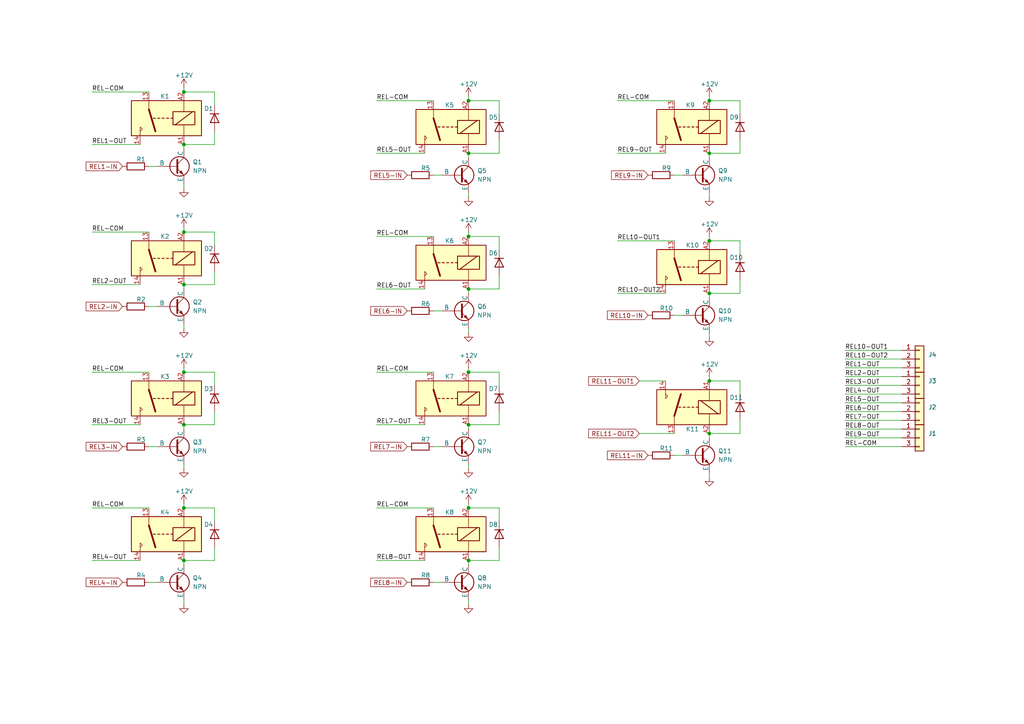
<source format=kicad_sch>
(kicad_sch (version 20250114) (generator "eeschema") (generator_version "9.0")
  (paper "A4")
  (lib_symbols
    (symbol "Connector_Generic:Conn_01x03" (pin_names (offset 1.016) (hide yes))
      (property "Reference" "J" (at 0 5.08 0))
      (property "Value" "Conn_01x03" (at 0 -5.08 0))
      (symbol "Conn_01x03_1_1"
        (rectangle (start -1.27 3.81) (end 1.27 -3.81) (stroke (width 0.254)) (fill (type background)))
        (rectangle (start -1.27 2.667) (end 0 2.413) (stroke (width 0.1524)))
        (rectangle (start -1.27 0.127) (end 0 -0.127) (stroke (width 0.1524)))
        (rectangle (start -1.27 -2.413) (end 0 -2.667) (stroke (width 0.1524)))
        (pin passive line (at -5.08 2.54 0) (length 3.81) (name "Pin_1") (number "1"))
        (pin passive line (at -5.08 0 0) (length 3.81) (name "Pin_2") (number "2"))
        (pin passive line (at -5.08 -2.54 0) (length 3.81) (name "Pin_3") (number "3"))
      )
    )
    (symbol "Device:D" (pin_numbers (hide yes)) (pin_names (offset 1.016) (hide yes))
      (property "Reference" "D" (at 0 2.54 0))
      (property "Value" "D" (at 0 -2.54 0))
      (symbol "D_0_1"
        (polyline (pts (xy -1.27 1.27) (xy -1.27 -1.27)) (stroke (width 0.254)))
        (polyline (pts (xy 1.27 1.27) (xy 1.27 -1.27) (xy -1.27 0) (xy 1.27 1.27)) (stroke (width 0.254)))
        (polyline (pts (xy 1.27 0) (xy -1.27 0)))
      )
      (symbol "D_1_1"
        (pin passive line (at -3.81 0 0) (length 2.54) (name "K") (number "1"))
        (pin passive line (at 3.81 0 180) (length 2.54) (name "A") (number "2"))
      )
    )
    (symbol "Device:R" (pin_numbers (hide yes)) (pin_names (offset 0))
      (property "Reference" "R" (at 2.032 0 90))
      (property "Value" "R" (at 0 0 90))
      (symbol "R_0_1"
        (rectangle (start -1.016 -2.54) (end 1.016 2.54) (stroke (width 0.254)))
      )
      (symbol "R_1_1"
        (pin passive line (at 0 3.81 270) (length 1.27) (name "~") (number "1"))
        (pin passive line (at 0 -3.81 90) (length 1.27) (name "~") (number "2"))
      )
    )
    (symbol "NPN_1" (pin_numbers (hide yes)) (pin_names (offset 0))
      (property "Reference" "Q1" (at 5.08 1.2701 0))
      (property "Value" "NPN" (at 5.08 -1.2699 0))
      (symbol "NPN_1_0_1"
        (polyline (pts (xy -2.54 0) (xy 0.635 0)) (stroke (width 0.1524)))
        (polyline (pts (xy 0.635 1.905) (xy 0.635 -1.905) (xy 0.635 -1.905)) (stroke (width 0.508)))
        (polyline (pts (xy 0.635 0.635) (xy 2.54 2.54)))
        (polyline (pts (xy 0.635 -0.635) (xy 2.54 -2.54) (xy 2.54 -2.54)))
        (circle (center 1.27 0) (radius 2.8194) (stroke (width 0.254)))
        (polyline (pts (xy 1.27 -1.778) (xy 1.778 -1.27) (xy 2.286 -2.286) (xy 1.27 -1.778) (xy 1.27 -1.778)) (fill (type outline)))
        (polyline (pts (xy 2.794 -1.27) (xy 2.794 -1.27)) (stroke (width 0.1524)))
        (polyline (pts (xy 2.794 -1.27) (xy 2.794 -1.27)) (stroke (width 0.1524)))
      )
      (symbol "NPN_1_1_1"
        (pin input line (at -5.08 0 0) (length 2.54) (name "B") (number "1"))
        (pin open_collector line (at 2.54 5.08 270) (length 2.54) (name "C") (number "3"))
        (pin open_emitter line (at 2.54 -5.08 90) (length 2.54) (name "E") (number "2"))
      )
    )
    (symbol "Relay:Fujitsu_FTR-LYAA005x"
      (property "Reference" "K" (at 11.43 3.81 0))
      (property "Value" "Fujitsu_FTR-LYAA005x" (at 11.43 1.27 0))
      (symbol "Fujitsu_FTR-LYAA005x_0_0"
        (polyline (pts (xy 7.62 5.08) (xy 7.62 2.54) (xy 6.985 3.175) (xy 7.62 3.81)))
      )
      (symbol "Fujitsu_FTR-LYAA005x_0_1"
        (rectangle (start -10.16 5.08) (end 10.16 -5.08) (stroke (width 0.254)) (fill (type background)))
        (rectangle (start -8.255 1.905) (end -1.905 -1.905) (stroke (width 0.254)))
        (polyline (pts (xy -7.62 -1.905) (xy -2.54 1.905)) (stroke (width 0.254)))
        (polyline (pts (xy -5.08 5.08) (xy -5.08 1.905)))
        (polyline (pts (xy -5.08 -5.08) (xy -5.08 -1.905)))
        (polyline (pts (xy -1.905 0) (xy -1.27 0)) (stroke (width 0.254)))
        (polyline (pts (xy -0.635 0) (xy 0 0)) (stroke (width 0.254)))
        (polyline (pts (xy 0.635 0) (xy 1.27 0)) (stroke (width 0.254)))
        (polyline (pts (xy 1.905 0) (xy 2.54 0)) (stroke (width 0.254)))
        (polyline (pts (xy 3.175 0) (xy 3.81 0)) (stroke (width 0.254)))
        (polyline (pts (xy 5.08 -2.54) (xy 3.175 3.81)) (stroke (width 0.508)))
        (polyline (pts (xy 5.08 -2.54) (xy 5.08 -5.08)))
      )
      (symbol "Fujitsu_FTR-LYAA005x_1_1"
        (pin passive line (at -5.08 7.62 270) (length 2.54) (name "~") (number "A1"))
        (pin passive line (at -5.08 -7.62 90) (length 2.54) (name "~") (number "A2"))
        (pin passive line (at 5.08 -7.62 90) (length 2.54) (name "~") (number "13"))
        (pin passive line (at 7.62 7.62 270) (length 2.54) (name "~") (number "14"))
      )
    )
    (symbol "power:+12V" (power) (pin_numbers (hide yes)) (pin_names (offset 0) (hide yes))
      (property "Value" "+12V" (at 0 3.556 0))
      (symbol "+12V_0_1"
        (polyline (pts (xy -0.762 1.27) (xy 0 2.54)))
        (polyline (pts (xy 0 2.54) (xy 0.762 1.27)))
        (polyline (pts (xy 0 0) (xy 0 2.54)))
      )
      (symbol "+12V_1_1"
        (pin power_in line (at 0 0 90) (length 0) (name "~") (number "1"))
      )
    )
    (symbol "power:GND" (power) (pin_numbers (hide yes)) (pin_names (offset 0) (hide yes))
      (property "Value" "GND" (at 0 -3.81 0))
      (symbol "GND_0_1"
        (polyline (pts (xy 0 0) (xy 0 -1.27) (xy 1.27 -1.27) (xy 0 -2.54) (xy -1.27 -1.27) (xy 0 -1.27)))
      )
      (symbol "GND_1_1"
        (pin power_in line (at 0 0 270) (length 0) (name "~") (number "1"))
      )
    )
  )
  (junction (at 205.74 29.21))
  (junction (at 135.89 29.21))
  (junction (at 53.34 107.95))
  (junction (at 135.89 123.19))
  (junction (at 205.74 85.09))
  (junction (at 135.89 107.95))
  (junction (at 53.34 123.19))
  (junction (at 135.89 68.58))
  (junction (at 53.34 147.32))
  (junction (at 205.74 69.85))
  (junction (at 135.89 44.45))
  (junction (at 53.34 41.91))
  (junction (at 53.34 67.31))
  (junction (at 205.74 44.45))
  (junction (at 53.34 82.55))
  (junction (at 135.89 147.32))
  (junction (at 53.34 162.56))
  (junction (at 135.89 83.82))
  (junction (at 205.74 125.73))
  (junction (at 205.74 110.49))
  (junction (at 53.34 26.67))
  (junction (at 135.89 162.56))
  (wire (pts (xy 62.23 151.13) (xy 62.23 147.32)))
  (wire (pts (xy 214.63 29.21) (xy 205.74 29.21)))
  (wire (pts (xy 135.89 55.88) (xy 135.89 57.15)))
  (wire (pts (xy 205.74 137.16) (xy 205.74 138.43)))
  (wire (pts (xy 214.63 85.09) (xy 205.74 85.09)))
  (wire (pts (xy 53.34 82.55) (xy 53.34 83.82)))
  (wire (pts (xy 135.89 27.94) (xy 135.89 29.21)))
  (wire (pts (xy 109.22 147.32) (xy 125.73 147.32)))
  (wire (pts (xy 144.78 44.45) (xy 135.89 44.45)))
  (wire (pts (xy 125.73 50.8) (xy 128.27 50.8)))
  (wire (pts (xy 135.89 173.99) (xy 135.89 175.26)))
  (wire (pts (xy 135.89 106.68) (xy 135.89 107.95)))
  (wire (pts (xy 62.23 119.38) (xy 62.23 123.19)))
  (wire (pts (xy 62.23 78.74) (xy 62.23 82.55)))
  (wire (pts (xy 144.78 162.56) (xy 135.89 162.56)))
  (wire (pts (xy 195.58 91.44) (xy 198.12 91.44)))
  (wire (pts (xy 135.89 44.45) (xy 135.89 45.72)))
  (wire (pts (xy 135.89 83.82) (xy 135.89 85.09)))
  (wire (pts (xy 135.89 67.31) (xy 135.89 68.58)))
  (wire (pts (xy 26.67 147.32) (xy 43.18 147.32)))
  (wire (pts (xy 205.74 55.88) (xy 205.74 57.15)))
  (wire (pts (xy 144.78 107.95) (xy 135.89 107.95)))
  (wire (pts (xy 205.74 68.58) (xy 205.74 69.85)))
  (wire (pts (xy 109.22 162.56) (xy 123.19 162.56)))
  (wire (pts (xy 135.89 134.62) (xy 135.89 135.89)))
  (wire (pts (xy 214.63 73.66) (xy 214.63 69.85)))
  (wire (pts (xy 205.74 109.22) (xy 205.74 110.49)))
  (wire (pts (xy 135.89 162.56) (xy 135.89 163.83)))
  (wire (pts (xy 245.11 111.76) (xy 261.62 111.76)))
  (wire (pts (xy 53.34 173.99) (xy 53.34 175.26)))
  (wire (pts (xy 53.34 25.4) (xy 53.34 26.67)))
  (wire (pts (xy 53.34 93.98) (xy 53.34 95.25)))
  (wire (pts (xy 245.11 109.22) (xy 261.62 109.22)))
  (wire (pts (xy 26.67 82.55) (xy 40.64 82.55)))
  (wire (pts (xy 26.67 107.95) (xy 43.18 107.95)))
  (wire (pts (xy 109.22 29.21) (xy 125.73 29.21)))
  (wire (pts (xy 53.34 123.19) (xy 53.34 124.46)))
  (wire (pts (xy 144.78 72.39) (xy 144.78 68.58)))
  (wire (pts (xy 144.78 151.13) (xy 144.78 147.32)))
  (wire (pts (xy 245.11 119.38) (xy 261.62 119.38)))
  (wire (pts (xy 195.58 50.8) (xy 198.12 50.8)))
  (wire (pts (xy 245.11 116.84) (xy 261.62 116.84)))
  (wire (pts (xy 26.67 67.31) (xy 43.18 67.31)))
  (wire (pts (xy 43.18 48.26) (xy 45.72 48.26)))
  (wire (pts (xy 62.23 67.31) (xy 53.34 67.31)))
  (wire (pts (xy 144.78 68.58) (xy 135.89 68.58)))
  (wire (pts (xy 62.23 158.75) (xy 62.23 162.56)))
  (wire (pts (xy 205.74 44.45) (xy 205.74 45.72)))
  (wire (pts (xy 214.63 33.02) (xy 214.63 29.21)))
  (wire (pts (xy 195.58 132.08) (xy 198.12 132.08)))
  (wire (pts (xy 125.73 168.91) (xy 128.27 168.91)))
  (wire (pts (xy 205.74 96.52) (xy 205.74 97.79)))
  (wire (pts (xy 26.67 41.91) (xy 40.64 41.91)))
  (wire (pts (xy 261.62 121.92) (xy 245.11 121.92)))
  (wire (pts (xy 62.23 123.19) (xy 53.34 123.19)))
  (wire (pts (xy 245.11 101.6) (xy 261.62 101.6)))
  (wire (pts (xy 53.34 41.91) (xy 53.34 43.18)))
  (wire (pts (xy 43.18 168.91) (xy 45.72 168.91)))
  (wire (pts (xy 62.23 107.95) (xy 53.34 107.95)))
  (wire (pts (xy 214.63 81.28) (xy 214.63 85.09)))
  (wire (pts (xy 62.23 30.48) (xy 62.23 26.67)))
  (wire (pts (xy 144.78 29.21) (xy 135.89 29.21)))
  (wire (pts (xy 179.07 44.45) (xy 193.04 44.45)))
  (wire (pts (xy 144.78 80.01) (xy 144.78 83.82)))
  (wire (pts (xy 179.07 29.21) (xy 195.58 29.21)))
  (wire (pts (xy 53.34 146.05) (xy 53.34 147.32)))
  (wire (pts (xy 193.04 110.49) (xy 185.42 110.49)))
  (wire (pts (xy 245.11 114.3) (xy 261.62 114.3)))
  (wire (pts (xy 205.74 27.94) (xy 205.74 29.21)))
  (wire (pts (xy 214.63 44.45) (xy 205.74 44.45)))
  (wire (pts (xy 62.23 82.55) (xy 53.34 82.55)))
  (wire (pts (xy 62.23 162.56) (xy 53.34 162.56)))
  (wire (pts (xy 144.78 147.32) (xy 135.89 147.32)))
  (wire (pts (xy 43.18 129.54) (xy 45.72 129.54)))
  (wire (pts (xy 144.78 40.64) (xy 144.78 44.45)))
  (wire (pts (xy 109.22 107.95) (xy 125.73 107.95)))
  (wire (pts (xy 125.73 90.17) (xy 128.27 90.17)))
  (wire (pts (xy 205.74 125.73) (xy 205.74 127)))
  (wire (pts (xy 245.11 106.68) (xy 261.62 106.68)))
  (wire (pts (xy 53.34 53.34) (xy 53.34 54.61)))
  (wire (pts (xy 62.23 38.1) (xy 62.23 41.91)))
  (wire (pts (xy 144.78 33.02) (xy 144.78 29.21)))
  (wire (pts (xy 109.22 44.45) (xy 123.19 44.45)))
  (wire (pts (xy 125.73 129.54) (xy 128.27 129.54)))
  (wire (pts (xy 62.23 71.12) (xy 62.23 67.31)))
  (wire (pts (xy 62.23 111.76) (xy 62.23 107.95)))
  (wire (pts (xy 62.23 147.32) (xy 53.34 147.32)))
  (wire (pts (xy 185.42 125.73) (xy 195.58 125.73)))
  (wire (pts (xy 214.63 125.73) (xy 205.74 125.73)))
  (wire (pts (xy 62.23 41.91) (xy 53.34 41.91)))
  (wire (pts (xy 144.78 111.76) (xy 144.78 107.95)))
  (wire (pts (xy 179.07 85.09) (xy 193.04 85.09)))
  (wire (pts (xy 53.34 66.04) (xy 53.34 67.31)))
  (wire (pts (xy 43.18 88.9) (xy 45.72 88.9)))
  (wire (pts (xy 179.07 69.85) (xy 195.58 69.85)))
  (wire (pts (xy 109.22 83.82) (xy 123.19 83.82)))
  (wire (pts (xy 144.78 158.75) (xy 144.78 162.56)))
  (wire (pts (xy 53.34 134.62) (xy 53.34 135.89)))
  (wire (pts (xy 245.11 127) (xy 261.62 127)))
  (wire (pts (xy 109.22 68.58) (xy 125.73 68.58)))
  (wire (pts (xy 26.67 26.67) (xy 43.18 26.67)))
  (wire (pts (xy 26.67 162.56) (xy 40.64 162.56)))
  (wire (pts (xy 245.11 129.54) (xy 261.62 129.54)))
  (wire (pts (xy 205.74 85.09) (xy 205.74 86.36)))
  (wire (pts (xy 135.89 123.19) (xy 135.89 124.46)))
  (wire (pts (xy 214.63 40.64) (xy 214.63 44.45)))
  (wire (pts (xy 53.34 162.56) (xy 53.34 163.83)))
  (wire (pts (xy 214.63 121.92) (xy 214.63 125.73)))
  (wire (pts (xy 26.67 123.19) (xy 40.64 123.19)))
  (wire (pts (xy 144.78 83.82) (xy 135.89 83.82)))
  (wire (pts (xy 135.89 146.05) (xy 135.89 147.32)))
  (wire (pts (xy 135.89 95.25) (xy 135.89 96.52)))
  (wire (pts (xy 214.63 114.3) (xy 214.63 110.49)))
  (wire (pts (xy 214.63 69.85) (xy 205.74 69.85)))
  (wire (pts (xy 144.78 119.38) (xy 144.78 123.19)))
  (wire (pts (xy 245.11 104.14) (xy 261.62 104.14)))
  (wire (pts (xy 205.74 110.49) (xy 214.63 110.49)))
  (wire (pts (xy 53.34 106.68) (xy 53.34 107.95)))
  (wire (pts (xy 245.11 124.46) (xy 261.62 124.46)))
  (wire (pts (xy 144.78 123.19) (xy 135.89 123.19)))
  (wire (pts (xy 62.23 26.67) (xy 53.34 26.67)))
  (wire (pts (xy 109.22 123.19) (xy 123.19 123.19)))
  (label "REL-COM" (at 245.11 129.54 0))
  (label "REL-COM" (at 109.22 147.32 0))
  (label "REL2-OUT" (at 26.67 82.55 0))
  (label "REL-COM" (at 109.22 107.95 0))
  (label "REL8-OUT" (at 109.22 162.56 0))
  (label "REL5-OUT" (at 245.11 116.84 0))
  (label "REL-COM" (at 26.67 67.31 0))
  (label "REL4-OUT" (at 26.67 162.56 0))
  (label "REL3-OUT" (at 245.11 111.76 0))
  (label "REL5-OUT" (at 109.22 44.45 0))
  (label "REL6-OUT" (at 245.11 119.38 0))
  (label "REL2-OUT" (at 245.11 109.22 0))
  (label "REL7-OUT" (at 109.22 123.19 0))
  (label "REL10-OUT2" (at 179.07 85.09 0))
  (label "REL6-OUT" (at 109.22 83.82 0))
  (label "REL10-OUT1" (at 179.07 69.85 0))
  (label "REL7-OUT" (at 245.11 121.92 0))
  (label "REL3-OUT" (at 26.67 123.19 0))
  (label "REL-COM" (at 109.22 29.21 0))
  (label "REL-COM" (at 109.22 68.58 0))
  (label "REL10-OUT2" (at 245.11 104.14 0))
  (label "REL1-OUT" (at 26.67 41.91 0))
  (label "REL-COM" (at 26.67 26.67 0))
  (label "REL9-OUT" (at 245.11 127 0))
  (label "REL10-OUT1" (at 245.11 101.6 0))
  (label "REL-COM" (at 26.67 147.32 0))
  (label "REL-COM" (at 179.07 29.21 0))
  (label "REL9-OUT" (at 179.07 44.45 0))
  (label "REL4-OUT" (at 245.11 114.3 0))
  (label "REL8-OUT" (at 245.11 124.46 0))
  (label "REL1-OUT" (at 245.11 106.68 0))
  (label "REL-COM" (at 26.67 107.95 0))
  (global_label "REL11-OUT2" (shape input) (at 185.42 125.73 180) (property "Intersheetrefs" "${INTERSHEET_REFS}" (effects (hide yes))))
  (global_label "REL11-OUT1" (shape input) (at 185.42 110.49 180) (property "Intersheetrefs" "${INTERSHEET_REFS}" (effects (hide yes))))
  (global_label "REL2-IN" (shape input) (at 35.56 88.9 180) (property "Intersheetrefs" "${INTERSHEET_REFS}" (effects (hide yes))))
  (global_label "REL1-IN" (shape input) (at 35.56 48.26 180) (property "Intersheetrefs" "${INTERSHEET_REFS}" (effects (hide yes))))
  (global_label "REL4-IN" (shape input) (at 35.56 168.91 180) (property "Intersheetrefs" "${INTERSHEET_REFS}" (effects (hide yes))))
  (global_label "REL3-IN" (shape input) (at 35.56 129.54 180) (property "Intersheetrefs" "${INTERSHEET_REFS}" (effects (hide yes))))
  (global_label "REL8-IN" (shape input) (at 118.11 168.91 180) (property "Intersheetrefs" "${INTERSHEET_REFS}" (effects (hide yes))))
  (global_label "REL7-IN" (shape input) (at 118.11 129.54 180) (property "Intersheetrefs" "${INTERSHEET_REFS}" (effects (hide yes))))
  (global_label "REL9-IN" (shape input) (at 187.96 50.8 180) (property "Intersheetrefs" "${INTERSHEET_REFS}" (effects (hide yes))))
  (global_label "REL6-IN" (shape input) (at 118.11 90.17 180) (property "Intersheetrefs" "${INTERSHEET_REFS}" (effects (hide yes))))
  (global_label "REL5-IN" (shape input) (at 118.11 50.8 180) (property "Intersheetrefs" "${INTERSHEET_REFS}" (effects (hide yes))))
  (global_label "REL11-IN" (shape input) (at 187.96 132.08 180) (property "Intersheetrefs" "${INTERSHEET_REFS}" (effects (hide yes))))
  (global_label "REL10-IN" (shape input) (at 187.96 91.44 180) (property "Intersheetrefs" "${INTERSHEET_REFS}" (effects (hide yes))))
  (symbol (lib_id "power:+12V") (at 205.74 109.22 0) (unit 1)
    (property "Reference" "#PWR021" (effects (hide yes)))
    (property "Value" "+12V" (at 205.74 105.664 0))
    (property "Description" "Power symbol creates a global label with name \"+12V\"" (effects (hide yes)))
  )
  (symbol (lib_id "power:GND") (at 53.34 135.89 0) (unit 1)
    (property "Reference" "#PWR06" (effects (hide yes)))
    (property "Value" "GND" (effects (hide yes)))
    (property "Description" "Power symbol creates a global label with name \"GND\" , ground" (effects (hide yes)))
  )
  (symbol (lib_id "Device:R") (at 191.77 91.44 90) (unit 1)
    (property "Reference" "R10" (at 193.294 89.408 90))
    (property "Value" "R" (effects (hide yes)))
    (property "Footprint" "Resistor_SMD:R_0805_2012Metric_Pad1.20x1.40mm_HandSolder" (effects (hide yes)))
    (property "Description" "Resistor" (effects (hide yes)))
  )
  (symbol (lib_id "Device:R") (at 39.37 48.26 90) (unit 1)
    (property "Reference" "R1" (at 40.894 46.228 90))
    (property "Value" "R" (effects (hide yes)))
    (property "Footprint" "Resistor_SMD:R_0805_2012Metric_Pad1.20x1.40mm_HandSolder" (effects (hide yes)))
    (property "Description" "Resistor" (effects (hide yes)))
  )
  (symbol (lib_id "Relay:Fujitsu_FTR-LYAA005x") (at 48.26 154.94 180) (unit 1)
    (property "Reference" "K4" (at 46.482 148.59 0) (effects (justify right)))
    (property "Value" "FRM18A-5 DC12V" (effects (hide yes)))
    (property "Footprint" "Footprints:FRM18A-5" (effects (hide yes)))
  )
  (symbol (lib_id "Relay:Fujitsu_FTR-LYAA005x") (at 48.26 74.93 180) (unit 1)
    (property "Reference" "K2" (at 46.482 68.58 0) (effects (justify right)))
    (property "Value" "FRM18A-5 DC12V" (effects (hide yes)))
    (property "Footprint" "Footprints:FRM18A-5" (effects (hide yes)))
  )
  (symbol (lib_id "power:+12V") (at 135.89 146.05 0) (unit 1)
    (property "Reference" "#PWR015" (effects (hide yes)))
    (property "Value" "+12V" (at 135.89 142.494 0))
    (property "Description" "Power symbol creates a global label with name \"+12V\"" (effects (hide yes)))
  )
  (symbol (lib_id "Relay:Fujitsu_FTR-LYAA005x") (at 200.66 118.11 0) (mirror y) (unit 1)
    (property "Reference" "K11" (at 198.882 124.46 0) (effects (justify right)))
    (property "Value" "FRM18A-5 DC12V" (effects (hide yes)))
    (property "Footprint" "Footprints:FRM18A-5" (effects (hide yes)))
  )
  (symbol (lib_id "Device:D") (at 62.23 34.29 270) (unit 1)
    (property "Reference" "D1" (at 59.182 31.496 90) (effects (justify left)))
    (property "Value" "D" (effects (hide yes)))
    (property "Footprint" "Diode_SMD:D_0805_2012Metric_Pad1.15x1.40mm_HandSolder" (effects (hide yes)))
    (property "Description" "Diode" (effects (hide yes)))
    (property "Sim.Device" "D" (effects (hide yes)))
    (property "Sim.Pins" "1=K 2=A" (effects (hide yes)))
  )
  (symbol (lib_name "NPN_1") (lib_id "Simulation_SPICE:NPN") (at 133.35 90.17 0) (unit 1)
    (property "Reference" "Q6" (at 138.43 88.8999 0) (effects (justify left)))
    (property "Value" "NPN" (at 138.43 91.4399 0) (effects (justify left)))
    (property "Footprint" "Package_TO_SOT_SMD:SOT-23" (effects (hide yes)))
    (property "Datasheet" "https://ngspice.sourceforge.io/docs/ngspice-html-manual/manual.xhtml#cha_BJTs" (effects (hide yes)))
    (property "Description" "Bipolar transistor symbol for simulation only, substrate tied to the emitter" (effects (hide yes)))
    (property "Sim.Device" "NPN" (effects (hide yes)))
    (property "Sim.Type" "GUMMELPOON" (effects (hide yes)))
    (property "Sim.Pins" "1=C 2=B 3=E" (effects (hide yes)))
  )
  (symbol (lib_id "Device:R") (at 121.92 90.17 90) (unit 1)
    (property "Reference" "R6" (at 123.444 88.138 90))
    (property "Value" "R" (effects (hide yes)))
    (property "Footprint" "Resistor_SMD:R_0805_2012Metric_Pad1.20x1.40mm_HandSolder" (effects (hide yes)))
    (property "Description" "Resistor" (effects (hide yes)))
  )
  (symbol (lib_id "power:+12V") (at 135.89 27.94 0) (unit 1)
    (property "Reference" "#PWR09" (effects (hide yes)))
    (property "Value" "+12V" (at 135.89 24.384 0))
    (property "Description" "Power symbol creates a global label with name \"+12V\"" (effects (hide yes)))
  )
  (symbol (lib_id "Relay:Fujitsu_FTR-LYAA005x") (at 130.81 115.57 180) (unit 1)
    (property "Reference" "K7" (at 129.032 109.22 0) (effects (justify right)))
    (property "Value" "FRM18A-5 DC12V" (effects (hide yes)))
    (property "Footprint" "Footprints:FRM18A-5" (effects (hide yes)))
  )
  (symbol (lib_name "NPN_1") (lib_id "Simulation_SPICE:NPN") (at 50.8 168.91 0) (unit 1)
    (property "Reference" "Q4" (at 55.88 167.6399 0) (effects (justify left)))
    (property "Value" "NPN" (at 55.88 170.1799 0) (effects (justify left)))
    (property "Footprint" "Package_TO_SOT_SMD:SOT-23" (effects (hide yes)))
    (property "Datasheet" "https://ngspice.sourceforge.io/docs/ngspice-html-manual/manual.xhtml#cha_BJTs" (effects (hide yes)))
    (property "Description" "Bipolar transistor symbol for simulation only, substrate tied to the emitter" (effects (hide yes)))
    (property "Sim.Device" "NPN" (effects (hide yes)))
    (property "Sim.Type" "GUMMELPOON" (effects (hide yes)))
    (property "Sim.Pins" "1=C 2=B 3=E" (effects (hide yes)))
  )
  (symbol (lib_id "power:+12V") (at 135.89 106.68 0) (unit 1)
    (property "Reference" "#PWR013" (effects (hide yes)))
    (property "Value" "+12V" (at 135.89 103.124 0))
    (property "Description" "Power symbol creates a global label with name \"+12V\"" (effects (hide yes)))
  )
  (symbol (lib_id "power:GND") (at 135.89 135.89 0) (unit 1)
    (property "Reference" "#PWR014" (effects (hide yes)))
    (property "Value" "GND" (effects (hide yes)))
    (property "Description" "Power symbol creates a global label with name \"GND\" , ground" (effects (hide yes)))
  )
  (symbol (lib_id "Device:D") (at 214.63 36.83 270) (unit 1)
    (property "Reference" "D9" (at 211.582 34.036 90) (effects (justify left)))
    (property "Value" "D" (effects (hide yes)))
    (property "Footprint" "Diode_SMD:D_0805_2012Metric_Pad1.15x1.40mm_HandSolder" (effects (hide yes)))
    (property "Description" "Diode" (effects (hide yes)))
    (property "Sim.Device" "D" (effects (hide yes)))
    (property "Sim.Pins" "1=K 2=A" (effects (hide yes)))
  )
  (symbol (lib_name "NPN_1") (lib_id "Simulation_SPICE:NPN") (at 203.2 50.8 0) (unit 1)
    (property "Reference" "Q9" (at 208.28 49.5299 0) (effects (justify left)))
    (property "Value" "NPN" (at 208.28 52.0699 0) (effects (justify left)))
    (property "Footprint" "Package_TO_SOT_SMD:SOT-23" (effects (hide yes)))
    (property "Datasheet" "https://ngspice.sourceforge.io/docs/ngspice-html-manual/manual.xhtml#cha_BJTs" (effects (hide yes)))
    (property "Description" "Bipolar transistor symbol for simulation only, substrate tied to the emitter" (effects (hide yes)))
    (property "Sim.Device" "NPN" (effects (hide yes)))
    (property "Sim.Type" "GUMMELPOON" (effects (hide yes)))
    (property "Sim.Pins" "1=C 2=B 3=E" (effects (hide yes)))
  )
  (symbol (lib_name "NPN_1") (lib_id "Simulation_SPICE:NPN") (at 203.2 132.08 0) (unit 1)
    (property "Reference" "Q11" (at 208.28 130.8099 0) (effects (justify left)))
    (property "Value" "NPN" (at 208.28 133.3499 0) (effects (justify left)))
    (property "Footprint" "Package_TO_SOT_SMD:SOT-23" (effects (hide yes)))
    (property "Datasheet" "https://ngspice.sourceforge.io/docs/ngspice-html-manual/manual.xhtml#cha_BJTs" (effects (hide yes)))
    (property "Description" "Bipolar transistor symbol for simulation only, substrate tied to the emitter" (effects (hide yes)))
    (property "Sim.Device" "NPN" (effects (hide yes)))
    (property "Sim.Type" "GUMMELPOON" (effects (hide yes)))
    (property "Sim.Pins" "1=C 2=B 3=E" (effects (hide yes)))
  )
  (symbol (lib_id "Device:R") (at 39.37 129.54 90) (unit 1)
    (property "Reference" "R3" (at 40.894 127.508 90))
    (property "Value" "R" (effects (hide yes)))
    (property "Footprint" "Resistor_SMD:R_0805_2012Metric_Pad1.20x1.40mm_HandSolder" (effects (hide yes)))
    (property "Description" "Resistor" (effects (hide yes)))
  )
  (symbol (lib_id "power:+12V") (at 53.34 146.05 0) (unit 1)
    (property "Reference" "#PWR07" (effects (hide yes)))
    (property "Value" "+12V" (at 53.34 142.494 0))
    (property "Description" "Power symbol creates a global label with name \"+12V\"" (effects (hide yes)))
  )
  (symbol (lib_id "Device:D") (at 144.78 76.2 270) (unit 1)
    (property "Reference" "D6" (at 141.732 73.406 90) (effects (justify left)))
    (property "Value" "D" (effects (hide yes)))
    (property "Footprint" "Diode_SMD:D_0805_2012Metric_Pad1.15x1.40mm_HandSolder" (effects (hide yes)))
    (property "Description" "Diode" (effects (hide yes)))
    (property "Sim.Device" "D" (effects (hide yes)))
    (property "Sim.Pins" "1=K 2=A" (effects (hide yes)))
  )
  (symbol (lib_name "NPN_1") (lib_id "Simulation_SPICE:NPN") (at 133.35 50.8 0) (unit 1)
    (property "Reference" "Q5" (at 138.43 49.5299 0) (effects (justify left)))
    (property "Value" "NPN" (at 138.43 52.0699 0) (effects (justify left)))
    (property "Footprint" "Package_TO_SOT_SMD:SOT-23" (effects (hide yes)))
    (property "Datasheet" "https://ngspice.sourceforge.io/docs/ngspice-html-manual/manual.xhtml#cha_BJTs" (effects (hide yes)))
    (property "Description" "Bipolar transistor symbol for simulation only, substrate tied to the emitter" (effects (hide yes)))
    (property "Sim.Device" "NPN" (effects (hide yes)))
    (property "Sim.Type" "GUMMELPOON" (effects (hide yes)))
    (property "Sim.Pins" "1=C 2=B 3=E" (effects (hide yes)))
  )
  (symbol (lib_id "power:GND") (at 135.89 57.15 0) (unit 1)
    (property "Reference" "#PWR010" (effects (hide yes)))
    (property "Value" "GND" (effects (hide yes)))
    (property "Description" "Power symbol creates a global label with name \"GND\" , ground" (effects (hide yes)))
  )
  (symbol (lib_id "power:+12V") (at 53.34 25.4 0) (unit 1)
    (property "Reference" "#PWR03" (effects (hide yes)))
    (property "Value" "+12V" (at 53.34 21.844 0))
    (property "Description" "Power symbol creates a global label with name \"+12V\"" (effects (hide yes)))
  )
  (symbol (lib_id "power:GND") (at 53.34 95.25 0) (unit 1)
    (property "Reference" "#PWR01" (effects (hide yes)))
    (property "Value" "GND" (effects (hide yes)))
    (property "Description" "Power symbol creates a global label with name \"GND\" , ground" (effects (hide yes)))
  )
  (symbol (lib_id "Device:D") (at 214.63 118.11 270) (unit 1)
    (property "Reference" "D11" (at 211.582 115.316 90) (effects (justify left)))
    (property "Value" "D" (effects (hide yes)))
    (property "Footprint" "Diode_SMD:D_0805_2012Metric_Pad1.15x1.40mm_HandSolder" (effects (hide yes)))
    (property "Description" "Diode" (effects (hide yes)))
    (property "Sim.Device" "D" (effects (hide yes)))
    (property "Sim.Pins" "1=K 2=A" (effects (hide yes)))
  )
  (symbol (lib_id "power:GND") (at 53.34 175.26 0) (unit 1)
    (property "Reference" "#PWR08" (effects (hide yes)))
    (property "Value" "GND" (effects (hide yes)))
    (property "Description" "Power symbol creates a global label with name \"GND\" , ground" (effects (hide yes)))
  )
  (symbol (lib_id "Connector_Generic:Conn_01x03") (at 266.7 104.14 0) (unit 1)
    (property "Reference" "J4" (at 269.24 102.8699 0) (effects (justify left)))
    (property "Value" "Conn_01x03" (effects (hide yes)))
    (property "Footprint" "Footprints:DG128-5.0-03P-14-00A-H" (effects (hide yes)))
    (property "Description" "Generic connector, single row, 01x03, script generated (kicad-library-utils/schlib/autogen/connector/)" (effects (hide yes)))
  )
  (symbol (lib_id "Connector_Generic:Conn_01x03") (at 266.7 111.76 0) (unit 1)
    (property "Reference" "J3" (at 269.24 110.4899 0) (effects (justify left)))
    (property "Value" "Conn_01x03" (effects (hide yes)))
    (property "Footprint" "Footprints:DG128-5.0-03P-14-00A-H" (effects (hide yes)))
    (property "Description" "Generic connector, single row, 01x03, script generated (kicad-library-utils/schlib/autogen/connector/)" (effects (hide yes)))
  )
  (symbol (lib_name "NPN_1") (lib_id "Simulation_SPICE:NPN") (at 133.35 129.54 0) (unit 1)
    (property "Reference" "Q7" (at 138.43 128.2699 0) (effects (justify left)))
    (property "Value" "NPN" (at 138.43 130.8099 0) (effects (justify left)))
    (property "Footprint" "Package_TO_SOT_SMD:SOT-23" (effects (hide yes)))
    (property "Datasheet" "https://ngspice.sourceforge.io/docs/ngspice-html-manual/manual.xhtml#cha_BJTs" (effects (hide yes)))
    (property "Description" "Bipolar transistor symbol for simulation only, substrate tied to the emitter" (effects (hide yes)))
    (property "Sim.Device" "NPN" (effects (hide yes)))
    (property "Sim.Type" "GUMMELPOON" (effects (hide yes)))
    (property "Sim.Pins" "1=C 2=B 3=E" (effects (hide yes)))
  )
  (symbol (lib_id "power:GND") (at 205.74 138.43 0) (unit 1)
    (property "Reference" "#PWR022" (effects (hide yes)))
    (property "Value" "GND" (effects (hide yes)))
    (property "Description" "Power symbol creates a global label with name \"GND\" , ground" (effects (hide yes)))
  )
  (symbol (lib_id "Device:D") (at 144.78 36.83 270) (unit 1)
    (property "Reference" "D5" (at 141.732 34.036 90) (effects (justify left)))
    (property "Value" "D" (effects (hide yes)))
    (property "Footprint" "Diode_SMD:D_0805_2012Metric_Pad1.15x1.40mm_HandSolder" (effects (hide yes)))
    (property "Description" "Diode" (effects (hide yes)))
    (property "Sim.Device" "D" (effects (hide yes)))
    (property "Sim.Pins" "1=K 2=A" (effects (hide yes)))
  )
  (symbol (lib_id "power:+12V") (at 135.89 67.31 0) (unit 1)
    (property "Reference" "#PWR011" (effects (hide yes)))
    (property "Value" "+12V" (at 135.89 63.754 0))
    (property "Description" "Power symbol creates a global label with name \"+12V\"" (effects (hide yes)))
  )
  (symbol (lib_id "power:+12V") (at 205.74 27.94 0) (unit 1)
    (property "Reference" "#PWR017" (effects (hide yes)))
    (property "Value" "+12V" (at 205.74 24.384 0))
    (property "Description" "Power symbol creates a global label with name \"+12V\"" (effects (hide yes)))
  )
  (symbol (lib_id "Relay:Fujitsu_FTR-LYAA005x") (at 48.26 34.29 180) (unit 1)
    (property "Reference" "K1" (at 46.482 27.94 0) (effects (justify right)))
    (property "Value" "FRM18A-5 DC12V" (effects (hide yes)))
    (property "Footprint" "Footprints:FRM18A-5" (effects (hide yes)))
  )
  (symbol (lib_name "NPN_1") (lib_id "Simulation_SPICE:NPN") (at 50.8 129.54 0) (unit 1)
    (property "Reference" "Q3" (at 55.88 128.2699 0) (effects (justify left)))
    (property "Value" "NPN" (at 55.88 130.8099 0) (effects (justify left)))
    (property "Footprint" "Package_TO_SOT_SMD:SOT-23" (effects (hide yes)))
    (property "Datasheet" "https://ngspice.sourceforge.io/docs/ngspice-html-manual/manual.xhtml#cha_BJTs" (effects (hide yes)))
    (property "Description" "Bipolar transistor symbol for simulation only, substrate tied to the emitter" (effects (hide yes)))
    (property "Sim.Device" "NPN" (effects (hide yes)))
    (property "Sim.Type" "GUMMELPOON" (effects (hide yes)))
    (property "Sim.Pins" "1=C 2=B 3=E" (effects (hide yes)))
  )
  (symbol (lib_id "Device:D") (at 214.63 77.47 270) (unit 1)
    (property "Reference" "D10" (at 211.582 74.676 90) (effects (justify left)))
    (property "Value" "D" (effects (hide yes)))
    (property "Footprint" "Diode_SMD:D_0805_2012Metric_Pad1.15x1.40mm_HandSolder" (effects (hide yes)))
    (property "Description" "Diode" (effects (hide yes)))
    (property "Sim.Device" "D" (effects (hide yes)))
    (property "Sim.Pins" "1=K 2=A" (effects (hide yes)))
  )
  (symbol (lib_id "power:GND") (at 53.34 54.61 0) (unit 1)
    (property "Reference" "#PWR04" (effects (hide yes)))
    (property "Value" "GND" (effects (hide yes)))
    (property "Description" "Power symbol creates a global label with name \"GND\" , ground" (effects (hide yes)))
  )
  (symbol (lib_id "Relay:Fujitsu_FTR-LYAA005x") (at 130.81 76.2 180) (unit 1)
    (property "Reference" "K6" (at 129.032 69.85 0) (effects (justify right)))
    (property "Value" "FRM18A-5 DC12V" (effects (hide yes)))
    (property "Footprint" "Footprints:FRM18A-5" (effects (hide yes)))
  )
  (symbol (lib_id "Connector_Generic:Conn_01x03") (at 266.7 127 0) (unit 1)
    (property "Reference" "J1" (at 269.24 125.7299 0) (effects (justify left)))
    (property "Value" "Conn_01x03" (effects (hide yes)))
    (property "Footprint" "Footprints:DG128-5.0-03P-14-00A-H" (effects (hide yes)))
    (property "Description" "Generic connector, single row, 01x03, script generated (kicad-library-utils/schlib/autogen/connector/)" (effects (hide yes)))
  )
  (symbol (lib_id "Device:D") (at 62.23 74.93 270) (unit 1)
    (property "Reference" "D2" (at 59.182 72.136 90) (effects (justify left)))
    (property "Value" "D" (effects (hide yes)))
    (property "Footprint" "Diode_SMD:D_0805_2012Metric_Pad1.15x1.40mm_HandSolder" (effects (hide yes)))
    (property "Description" "Diode" (effects (hide yes)))
    (property "Sim.Device" "D" (effects (hide yes)))
    (property "Sim.Pins" "1=K 2=A" (effects (hide yes)))
  )
  (symbol (lib_name "NPN_1") (lib_id "Simulation_SPICE:NPN") (at 203.2 91.44 0) (unit 1)
    (property "Reference" "Q10" (at 208.28 90.1699 0) (effects (justify left)))
    (property "Value" "NPN" (at 208.28 92.7099 0) (effects (justify left)))
    (property "Footprint" "Package_TO_SOT_SMD:SOT-23" (effects (hide yes)))
    (property "Datasheet" "https://ngspice.sourceforge.io/docs/ngspice-html-manual/manual.xhtml#cha_BJTs" (effects (hide yes)))
    (property "Description" "Bipolar transistor symbol for simulation only, substrate tied to the emitter" (effects (hide yes)))
    (property "Sim.Device" "NPN" (effects (hide yes)))
    (property "Sim.Type" "GUMMELPOON" (effects (hide yes)))
    (property "Sim.Pins" "1=C 2=B 3=E" (effects (hide yes)))
  )
  (symbol (lib_id "Device:D") (at 62.23 115.57 270) (unit 1)
    (property "Reference" "D3" (at 59.182 112.776 90) (effects (justify left)))
    (property "Value" "D" (effects (hide yes)))
    (property "Footprint" "Diode_SMD:D_0805_2012Metric_Pad1.15x1.40mm_HandSolder" (effects (hide yes)))
    (property "Description" "Diode" (effects (hide yes)))
    (property "Sim.Device" "D" (effects (hide yes)))
    (property "Sim.Pins" "1=K 2=A" (effects (hide yes)))
  )
  (symbol (lib_id "Relay:Fujitsu_FTR-LYAA005x") (at 130.81 154.94 180) (unit 1)
    (property "Reference" "K8" (at 129.032 148.59 0) (effects (justify right)))
    (property "Value" "FRM18A-5 DC12V" (effects (hide yes)))
    (property "Footprint" "Footprints:FRM18A-5" (effects (hide yes)))
  )
  (symbol (lib_name "NPN_1") (lib_id "Simulation_SPICE:NPN") (at 50.8 88.9 0) (unit 1)
    (property "Reference" "Q2" (at 55.88 87.6299 0) (effects (justify left)))
    (property "Value" "NPN" (at 55.88 90.1699 0) (effects (justify left)))
    (property "Footprint" "Package_TO_SOT_SMD:SOT-23" (effects (hide yes)))
    (property "Datasheet" "https://ngspice.sourceforge.io/docs/ngspice-html-manual/manual.xhtml#cha_BJTs" (effects (hide yes)))
    (property "Description" "Bipolar transistor symbol for simulation only, substrate tied to the emitter" (effects (hide yes)))
    (property "Sim.Device" "NPN" (effects (hide yes)))
    (property "Sim.Type" "GUMMELPOON" (effects (hide yes)))
    (property "Sim.Pins" "1=C 2=B 3=E" (effects (hide yes)))
  )
  (symbol (lib_id "Device:R") (at 121.92 50.8 90) (unit 1)
    (property "Reference" "R5" (at 123.444 48.768 90))
    (property "Value" "R" (effects (hide yes)))
    (property "Footprint" "Resistor_SMD:R_0805_2012Metric_Pad1.20x1.40mm_HandSolder" (effects (hide yes)))
    (property "Description" "Resistor" (effects (hide yes)))
  )
  (symbol (lib_id "Connector_Generic:Conn_01x03") (at 266.7 119.38 0) (unit 1)
    (property "Reference" "J2" (at 269.24 118.1099 0) (effects (justify left)))
    (property "Value" "Conn_01x03" (effects (hide yes)))
    (property "Footprint" "Footprints:DG128-5.0-03P-14-00A-H" (effects (hide yes)))
    (property "Description" "Generic connector, single row, 01x03, script generated (kicad-library-utils/schlib/autogen/connector/)" (effects (hide yes)))
  )
  (symbol (lib_id "Relay:Fujitsu_FTR-LYAA005x") (at 200.66 36.83 180) (unit 1)
    (property "Reference" "K9" (at 198.882 30.48 0) (effects (justify right)))
    (property "Value" "FRM18A-5 DC12V" (effects (hide yes)))
    (property "Footprint" "Footprints:FRM18A-5" (effects (hide yes)))
  )
  (symbol (lib_id "power:+12V") (at 205.74 68.58 0) (unit 1)
    (property "Reference" "#PWR019" (effects (hide yes)))
    (property "Value" "+12V" (at 205.74 65.024 0))
    (property "Description" "Power symbol creates a global label with name \"+12V\"" (effects (hide yes)))
  )
  (symbol (lib_name "NPN_1") (lib_id "Simulation_SPICE:NPN") (at 50.8 48.26 0) (unit 1)
    (property "Reference" "Q1" (at 55.88 46.9899 0) (effects (justify left)))
    (property "Value" "NPN" (at 55.88 49.5299 0) (effects (justify left)))
    (property "Footprint" "Package_TO_SOT_SMD:SOT-23" (effects (hide yes)))
    (property "Datasheet" "https://ngspice.sourceforge.io/docs/ngspice-html-manual/manual.xhtml#cha_BJTs" (effects (hide yes)))
    (property "Description" "Bipolar transistor symbol for simulation only, substrate tied to the emitter" (effects (hide yes)))
    (property "Sim.Device" "NPN" (effects (hide yes)))
    (property "Sim.Type" "GUMMELPOON" (effects (hide yes)))
    (property "Sim.Pins" "1=C 2=B 3=E" (effects (hide yes)))
  )
  (symbol (lib_id "Device:R") (at 121.92 168.91 90) (unit 1)
    (property "Reference" "R8" (at 123.444 166.878 90))
    (property "Value" "R" (effects (hide yes)))
    (property "Footprint" "Resistor_SMD:R_0805_2012Metric_Pad1.20x1.40mm_HandSolder" (effects (hide yes)))
    (property "Description" "Resistor" (effects (hide yes)))
  )
  (symbol (lib_id "power:GND") (at 205.74 97.79 0) (unit 1)
    (property "Reference" "#PWR020" (effects (hide yes)))
    (property "Value" "GND" (effects (hide yes)))
    (property "Description" "Power symbol creates a global label with name \"GND\" , ground" (effects (hide yes)))
  )
  (symbol (lib_id "Relay:Fujitsu_FTR-LYAA005x") (at 48.26 115.57 180) (unit 1)
    (property "Reference" "K3" (at 46.482 109.22 0) (effects (justify right)))
    (property "Value" "FRM18A-5 DC12V" (effects (hide yes)))
    (property "Footprint" "Footprints:FRM18A-5" (effects (hide yes)))
  )
  (symbol (lib_id "power:+12V") (at 53.34 106.68 0) (unit 1)
    (property "Reference" "#PWR05" (effects (hide yes)))
    (property "Value" "+12V" (at 53.34 103.124 0))
    (property "Description" "Power symbol creates a global label with name \"+12V\"" (effects (hide yes)))
  )
  (symbol (lib_id "Relay:Fujitsu_FTR-LYAA005x") (at 200.66 77.47 180) (unit 1)
    (property "Reference" "K10" (at 198.882 71.12 0) (effects (justify right)))
    (property "Value" "FRM18A-5 DC12V" (effects (hide yes)))
    (property "Footprint" "Footprints:FRM18A-5" (effects (hide yes)))
  )
  (symbol (lib_id "power:+12V") (at 53.34 66.04 0) (unit 1)
    (property "Reference" "#PWR02" (effects (hide yes)))
    (property "Value" "+12V" (at 53.34 62.484 0))
    (property "Description" "Power symbol creates a global label with name \"+12V\"" (effects (hide yes)))
  )
  (symbol (lib_id "Relay:Fujitsu_FTR-LYAA005x") (at 130.81 36.83 180) (unit 1)
    (property "Reference" "K5" (at 129.032 30.48 0) (effects (justify right)))
    (property "Value" "FRM18A-5 DC12V" (effects (hide yes)))
    (property "Footprint" "Footprints:FRM18A-5" (effects (hide yes)))
  )
  (symbol (lib_id "Device:D") (at 144.78 154.94 270) (unit 1)
    (property "Reference" "D8" (at 141.732 152.146 90) (effects (justify left)))
    (property "Value" "D" (effects (hide yes)))
    (property "Footprint" "Diode_SMD:D_0805_2012Metric_Pad1.15x1.40mm_HandSolder" (effects (hide yes)))
    (property "Description" "Diode" (effects (hide yes)))
    (property "Sim.Device" "D" (effects (hide yes)))
    (property "Sim.Pins" "1=K 2=A" (effects (hide yes)))
  )
  (symbol (lib_id "power:GND") (at 135.89 175.26 0) (unit 1)
    (property "Reference" "#PWR016" (effects (hide yes)))
    (property "Value" "GND" (effects (hide yes)))
    (property "Description" "Power symbol creates a global label with name \"GND\" , ground" (effects (hide yes)))
  )
  (symbol (lib_id "Device:R") (at 191.77 50.8 90) (unit 1)
    (property "Reference" "R9" (at 193.294 48.768 90))
    (property "Value" "R" (effects (hide yes)))
    (property "Footprint" "Resistor_SMD:R_0805_2012Metric_Pad1.20x1.40mm_HandSolder" (effects (hide yes)))
    (property "Description" "Resistor" (effects (hide yes)))
  )
  (symbol (lib_id "Device:R") (at 39.37 168.91 90) (unit 1)
    (property "Reference" "R4" (at 40.894 166.878 90))
    (property "Value" "R" (effects (hide yes)))
    (property "Footprint" "Resistor_SMD:R_0805_2012Metric_Pad1.20x1.40mm_HandSolder" (effects (hide yes)))
    (property "Description" "Resistor" (effects (hide yes)))
  )
  (symbol (lib_id "power:GND") (at 135.89 96.52 0) (unit 1)
    (property "Reference" "#PWR012" (effects (hide yes)))
    (property "Value" "GND" (effects (hide yes)))
    (property "Description" "Power symbol creates a global label with name \"GND\" , ground" (effects (hide yes)))
  )
  (symbol (lib_id "Device:D") (at 144.78 115.57 270) (unit 1)
    (property "Reference" "D7" (at 141.732 112.776 90) (effects (justify left)))
    (property "Value" "D" (effects (hide yes)))
    (property "Footprint" "Diode_SMD:D_0805_2012Metric_Pad1.15x1.40mm_HandSolder" (effects (hide yes)))
    (property "Description" "Diode" (effects (hide yes)))
    (property "Sim.Device" "D" (effects (hide yes)))
    (property "Sim.Pins" "1=K 2=A" (effects (hide yes)))
  )
  (symbol (lib_id "Device:D") (at 62.23 154.94 270) (unit 1)
    (property "Reference" "D4" (at 59.182 152.146 90) (effects (justify left)))
    (property "Value" "D" (effects (hide yes)))
    (property "Footprint" "Diode_SMD:D_0805_2012Metric_Pad1.15x1.40mm_HandSolder" (effects (hide yes)))
    (property "Description" "Diode" (effects (hide yes)))
    (property "Sim.Device" "D" (effects (hide yes)))
    (property "Sim.Pins" "1=K 2=A" (effects (hide yes)))
  )
  (symbol (lib_id "Device:R") (at 121.92 129.54 90) (unit 1)
    (property "Reference" "R7" (at 123.444 127.508 90))
    (property "Value" "R" (effects (hide yes)))
    (property "Footprint" "Resistor_SMD:R_0805_2012Metric_Pad1.20x1.40mm_HandSolder" (effects (hide yes)))
    (property "Description" "Resistor" (effects (hide yes)))
  )
  (symbol (lib_id "power:GND") (at 205.74 57.15 0) (unit 1)
    (property "Reference" "#PWR018" (effects (hide yes)))
    (property "Value" "GND" (effects (hide yes)))
    (property "Description" "Power symbol creates a global label with name \"GND\" , ground" (effects (hide yes)))
  )
  (symbol (lib_id "Device:R") (at 191.77 132.08 90) (unit 1)
    (property "Reference" "R11" (at 193.294 130.048 90))
    (property "Value" "R" (effects (hide yes)))
    (property "Footprint" "Resistor_SMD:R_0805_2012Metric_Pad1.20x1.40mm_HandSolder" (effects (hide yes)))
    (property "Description" "Resistor" (effects (hide yes)))
  )
  (symbol (lib_id "Device:R") (at 39.37 88.9 90) (unit 1)
    (property "Reference" "R2" (at 40.894 86.868 90))
    (property "Value" "R" (effects (hide yes)))
    (property "Footprint" "Resistor_SMD:R_0805_2012Metric_Pad1.20x1.40mm_HandSolder" (effects (hide yes)))
    (property "Description" "Resistor" (effects (hide yes)))
  )
  (symbol (lib_name "NPN_1") (lib_id "Simulation_SPICE:NPN") (at 133.35 168.91 0) (unit 1)
    (property "Reference" "Q8" (at 138.43 167.6399 0) (effects (justify left)))
    (property "Value" "NPN" (at 138.43 170.1799 0) (effects (justify left)))
    (property "Footprint" "Package_TO_SOT_SMD:SOT-23" (effects (hide yes)))
    (property "Datasheet" "https://ngspice.sourceforge.io/docs/ngspice-html-manual/manual.xhtml#cha_BJTs" (effects (hide yes)))
    (property "Description" "Bipolar transistor symbol for simulation only, substrate tied to the emitter" (effects (hide yes)))
    (property "Sim.Device" "NPN" (effects (hide yes)))
    (property "Sim.Type" "GUMMELPOON" (effects (hide yes)))
    (property "Sim.Pins" "1=C 2=B 3=E" (effects (hide yes)))
  )
)
</source>
